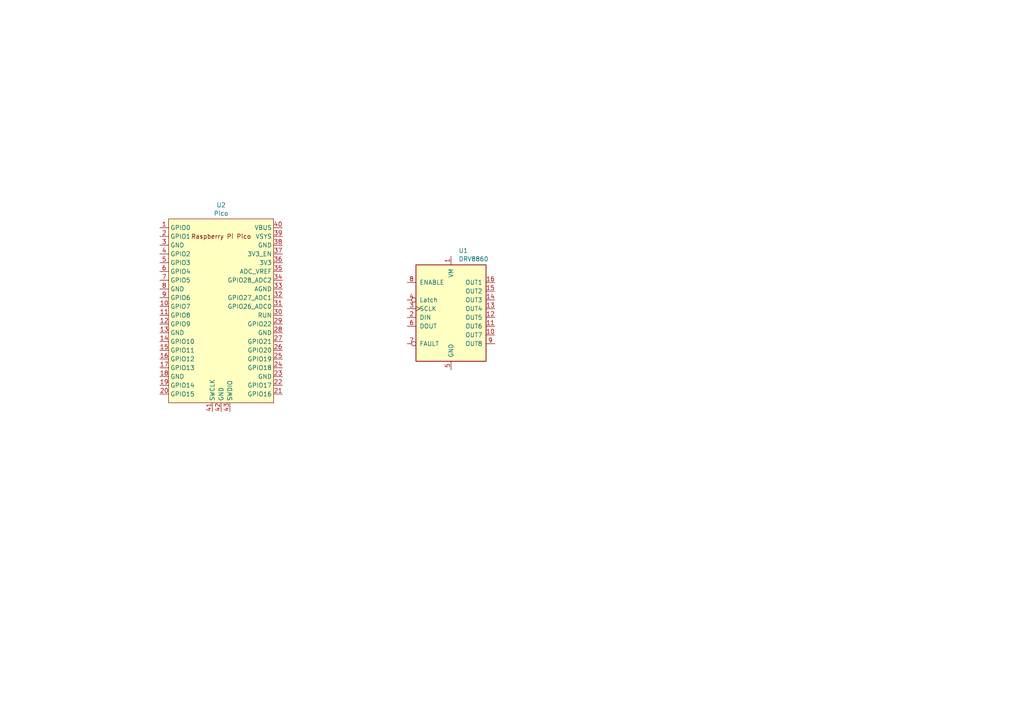
<source format=kicad_sch>
(kicad_sch (version 20230121) (generator eeschema)
  (paper "A4")
  (lib_symbols
    (symbol "Driver_Relay:DRV8860" (pin_names (offset 1.016))
      (property "Reference" "U" (at 10.16 17.78 0))
      (property "Value" "DRV8860" (at 10.16 15.24 0))
      (symbol "DRV8860_0_1"
        (rectangle (start -10.16 15.24) (end 10.16 -12.7) (stroke (width 0.254)) (fill (type background)))
      )
      (symbol "DRV8860_1_1"
        (pin power_in line (at 0 17.78 270) (length 2.54) (name "VM") (number "1"))
        (pin output line (at 12.7 -5.08 180) (length 2.54) (name "OUT7") (number "10"))
        (pin output line (at 12.7 -2.54 180) (length 2.54) (name "OUT6") (number "11"))
        (pin output line (at 12.7 0 180) (length 2.54) (name "OUT5") (number "12"))
        (pin output line (at 12.7 2.54 180) (length 2.54) (name "OUT4") (number "13"))
        (pin output line (at 12.7 5.08 180) (length 2.54) (name "OUT3") (number "14"))
        (pin output line (at 12.7 7.62 180) (length 2.54) (name "OUT2") (number "15"))
        (pin output line (at 12.7 10.16 180) (length 2.54) (name "OUT1") (number "16"))
        (pin input line (at -12.7 0 0) (length 2.54) (name "DIN") (number "2"))
        (pin input clock (at -12.7 2.54 0) (length 2.54) (name "SCLK") (number "3"))
        (pin input inverted (at -12.7 5.08 0) (length 2.54) (name "Latch") (number "4"))
        (pin power_in line (at 0 -15.24 90) (length 2.54) (name "GND") (number "5"))
        (pin output line (at -12.7 -2.54 0) (length 2.54) (name "DOUT") (number "6"))
        (pin open_collector inverted (at -12.7 -7.62 0) (length 2.54) (name "FAULT") (number "7"))
        (pin input line (at -12.7 10.16 0) (length 2.54) (name "ENABLE") (number "8"))
        (pin output line (at 12.7 -7.62 180) (length 2.54) (name "OUT8") (number "9"))
      )
    )
    (symbol "Pi Pico:Pico"
      (property "Reference" "U" (at -13.97 27.94 0))
      (property "Value" "Pico" (at 0 19.05 0))
      (symbol "Pico_0_0"
        (text "Raspberry Pi Pico" (at 0 21.59 0) (effects (font (size 1.27 1.27))))
      )
      (symbol "Pico_0_1"
        (rectangle (start -15.24 26.67) (end 15.24 -26.67) (fill (type background)))
      )
      (symbol "Pico_1_1"
        (pin bidirectional line (at -17.78 24.13 0) (length 2.54) (name "GPIO0") (number "1"))
        (pin bidirectional line (at -17.78 1.27 0) (length 2.54) (name "GPIO7") (number "10"))
        (pin bidirectional line (at -17.78 -1.27 0) (length 2.54) (name "GPIO8") (number "11"))
        (pin bidirectional line (at -17.78 -3.81 0) (length 2.54) (name "GPIO9") (number "12"))
        (pin power_in line (at -17.78 -6.35 0) (length 2.54) (name "GND") (number "13"))
        (pin bidirectional line (at -17.78 -8.89 0) (length 2.54) (name "GPIO10") (number "14"))
        (pin bidirectional line (at -17.78 -11.43 0) (length 2.54) (name "GPIO11") (number "15"))
        (pin bidirectional line (at -17.78 -13.97 0) (length 2.54) (name "GPIO12") (number "16"))
        (pin bidirectional line (at -17.78 -16.51 0) (length 2.54) (name "GPIO13") (number "17"))
        (pin power_in line (at -17.78 -19.05 0) (length 2.54) (name "GND") (number "18"))
        (pin bidirectional line (at -17.78 -21.59 0) (length 2.54) (name "GPIO14") (number "19"))
        (pin bidirectional line (at -17.78 21.59 0) (length 2.54) (name "GPIO1") (number "2"))
        (pin bidirectional line (at -17.78 -24.13 0) (length 2.54) (name "GPIO15") (number "20"))
        (pin bidirectional line (at 17.78 -24.13 180) (length 2.54) (name "GPIO16") (number "21"))
        (pin bidirectional line (at 17.78 -21.59 180) (length 2.54) (name "GPIO17") (number "22"))
        (pin power_in line (at 17.78 -19.05 180) (length 2.54) (name "GND") (number "23"))
        (pin bidirectional line (at 17.78 -16.51 180) (length 2.54) (name "GPIO18") (number "24"))
        (pin bidirectional line (at 17.78 -13.97 180) (length 2.54) (name "GPIO19") (number "25"))
        (pin bidirectional line (at 17.78 -11.43 180) (length 2.54) (name "GPIO20") (number "26"))
        (pin bidirectional line (at 17.78 -8.89 180) (length 2.54) (name "GPIO21") (number "27"))
        (pin power_in line (at 17.78 -6.35 180) (length 2.54) (name "GND") (number "28"))
        (pin bidirectional line (at 17.78 -3.81 180) (length 2.54) (name "GPIO22") (number "29"))
        (pin power_in line (at -17.78 19.05 0) (length 2.54) (name "GND") (number "3"))
        (pin input line (at 17.78 -1.27 180) (length 2.54) (name "RUN") (number "30"))
        (pin bidirectional line (at 17.78 1.27 180) (length 2.54) (name "GPIO26_ADC0") (number "31"))
        (pin bidirectional line (at 17.78 3.81 180) (length 2.54) (name "GPIO27_ADC1") (number "32"))
        (pin power_in line (at 17.78 6.35 180) (length 2.54) (name "AGND") (number "33"))
        (pin bidirectional line (at 17.78 8.89 180) (length 2.54) (name "GPIO28_ADC2") (number "34"))
        (pin power_in line (at 17.78 11.43 180) (length 2.54) (name "ADC_VREF") (number "35"))
        (pin power_in line (at 17.78 13.97 180) (length 2.54) (name "3V3") (number "36"))
        (pin input line (at 17.78 16.51 180) (length 2.54) (name "3V3_EN") (number "37"))
        (pin bidirectional line (at 17.78 19.05 180) (length 2.54) (name "GND") (number "38"))
        (pin power_in line (at 17.78 21.59 180) (length 2.54) (name "VSYS") (number "39"))
        (pin bidirectional line (at -17.78 16.51 0) (length 2.54) (name "GPIO2") (number "4"))
        (pin power_in line (at 17.78 24.13 180) (length 2.54) (name "VBUS") (number "40"))
        (pin input line (at -2.54 -29.21 90) (length 2.54) (name "SWCLK") (number "41"))
        (pin power_in line (at 0 -29.21 90) (length 2.54) (name "GND") (number "42"))
        (pin bidirectional line (at 2.54 -29.21 90) (length 2.54) (name "SWDIO") (number "43"))
        (pin bidirectional line (at -17.78 13.97 0) (length 2.54) (name "GPIO3") (number "5"))
        (pin bidirectional line (at -17.78 11.43 0) (length 2.54) (name "GPIO4") (number "6"))
        (pin bidirectional line (at -17.78 8.89 0) (length 2.54) (name "GPIO5") (number "7"))
        (pin power_in line (at -17.78 6.35 0) (length 2.54) (name "GND") (number "8"))
        (pin bidirectional line (at -17.78 3.81 0) (length 2.54) (name "GPIO6") (number "9"))
      )
    )
  )
  (symbol (lib_id "Pi Pico:Pico") (at 64.135 90.17 0) (unit 1)
    (property "Reference" "U2" (at 64.135 59.4827 0))
    (property "Value" "Pico" (at 64.135 61.9069 0))
    (property "Footprint" "RPi_Pico:RPi_Pico_SMD_TH" (effects hide))
  )
  (symbol (lib_id "Driver_Relay:DRV8860") (at 130.81 92.075 0) (unit 1)
    (property "Reference" "U1" (at 133.0041 72.6907 0) (effects (justify left)))
    (property "Value" "DRV8860" (at 133.0041 75.1149 0) (effects (justify left)))
    (property "Footprint" "Package_SO:TSSOP-16_4.4x5mm_P0.65mm" (effects hide))
    (property "Datasheet" "http://www.ti.com/lit/ds/symlink/drv8860.pdf" (effects hide))
  )
)
</source>
